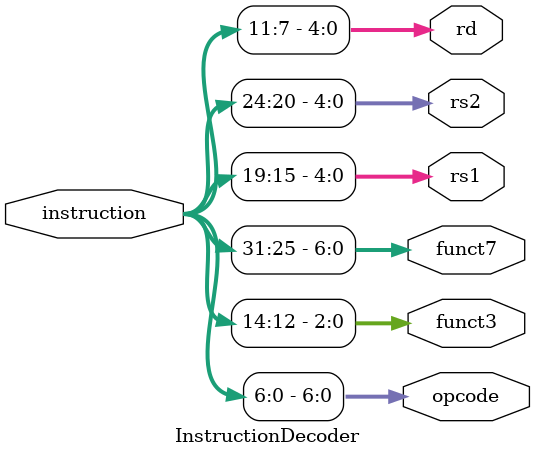
<source format=v>
module InstructionDecoder (
    input wire [31:0] instruction,
    output wire [6:0] opcode,
    output wire [2:0] funct3,
    output wire [6:0] funct7,
    output wire [4:0] rs1,
    output wire [4:0] rs2,
    output wire [4:0] rd
);

    // Extract opcode, funct3, and funct7
    assign funct7 = instruction[31:25];
    assign rs2 = instruction[24:20];
    assign rs1 = instruction[19:15];
    assign funct3 = instruction[14:12];
    assign rd = instruction[11:7];
    assign opcode = instruction[6:0];
endmodule
</source>
